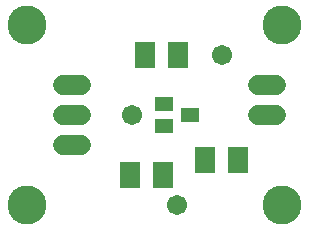
<source format=gbr>
G04 EAGLE Gerber RS-274X export*
G75*
%MOMM*%
%FSLAX34Y34*%
%LPD*%
%INSoldermask Top*%
%IPPOS*%
%AMOC8*
5,1,8,0,0,1.08239X$1,22.5*%
G01*
%ADD10C,3.303200*%
%ADD11R,1.803200X2.203200*%
%ADD12R,1.603200X1.203200*%
%ADD13C,1.711200*%
%ADD14C,1.703200*%


D10*
X25400Y177800D03*
X25400Y25400D03*
X241300Y25400D03*
X241300Y177800D03*
D11*
X113000Y50800D03*
X141000Y50800D03*
X176500Y63500D03*
X204500Y63500D03*
X153700Y152400D03*
X125700Y152400D03*
D12*
X163400Y101600D03*
X141400Y92100D03*
X141400Y111100D03*
D13*
X221060Y101600D02*
X236140Y101600D01*
X236140Y127000D02*
X221060Y127000D01*
X71040Y127000D02*
X55960Y127000D01*
X55960Y101600D02*
X71040Y101600D01*
X71040Y76200D02*
X55960Y76200D01*
D14*
X152400Y25400D03*
X190500Y152400D03*
X114300Y101600D03*
M02*

</source>
